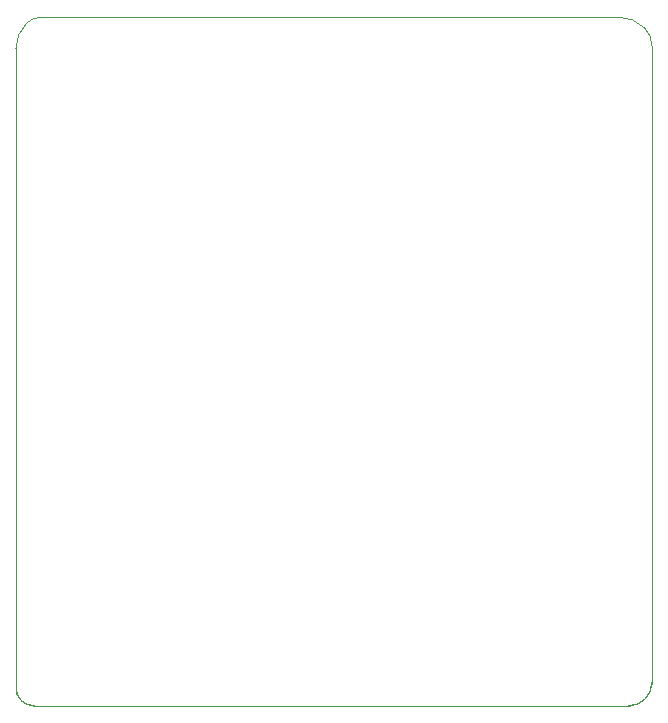
<source format=gko>
G04*
G04 #@! TF.GenerationSoftware,Altium Limited,Altium Designer,22.4.2 (48)*
G04*
G04 Layer_Color=16711935*
%FSLAX23Y23*%
%MOIN*%
G70*
G04*
G04 #@! TF.SameCoordinates,591487FC-1082-4C1E-878C-0D24C6327220*
G04*
G04*
G04 #@! TF.FilePolarity,Positive*
G04*
G01*
G75*
%ADD22C,0.000*%
%ADD23C,0.000*%
D22*
X2940Y1755D02*
G03*
X2976Y1740I36J36D01*
G01*
X4960D02*
G03*
X5020Y1765I0J85D01*
G01*
D02*
G03*
X5040Y1813I-48J48D01*
G01*
Y3940D02*
G03*
X5015Y4000I-85J0D01*
G01*
D02*
G03*
X4931Y4035I-84J-84D01*
G01*
X3003D02*
G03*
X2955Y4015I0J-68D01*
G01*
D02*
G03*
X2920Y3931I84J-84D01*
G01*
Y1803D02*
G03*
X2940Y1755I68J0D01*
G01*
X2935Y1760D02*
G03*
X2983Y1740I48J48D01*
G01*
X4967D02*
G03*
X5015Y1760I0J68D01*
G01*
D02*
G03*
X5040Y1820I-60J60D01*
G01*
Y3940D02*
G03*
X5015Y4000I-84J0D01*
G01*
D02*
G03*
X4930Y4035I-85J-85D01*
G01*
X3003D02*
G03*
X2955Y4015I0J-68D01*
G01*
D02*
G03*
X2920Y3931I84J-84D01*
G01*
Y1796D02*
G03*
X2935Y1760I51J0D01*
G01*
X2976Y1740D02*
X4960D01*
X5040Y1813D02*
Y3940D01*
X3003Y4035D02*
X4931D01*
X2920Y1803D02*
Y3931D01*
X5040Y1820D02*
Y3940D01*
X2983Y1740D02*
X4967D01*
X3003Y4035D02*
X4930D01*
X2920Y1796D02*
Y3931D01*
D23*
X2940Y1755D02*
G03*
X2976Y1740I36J36D01*
G01*
X4960D02*
G03*
X5020Y1765I0J85D01*
G01*
D02*
G03*
X5040Y1813I-48J48D01*
G01*
Y3940D02*
G03*
X5015Y4000I-85J0D01*
G01*
D02*
G03*
X4931Y4035I-84J-84D01*
G01*
X3003D02*
G03*
X2955Y4015I0J-68D01*
G01*
D02*
G03*
X2920Y3931I84J-84D01*
G01*
Y1803D02*
G03*
X2940Y1755I68J0D01*
G01*
X2976Y1740D02*
X4960D01*
X5040Y1813D02*
Y3940D01*
X3003Y4035D02*
X4931D01*
X2920Y1803D02*
Y3931D01*
M02*

</source>
